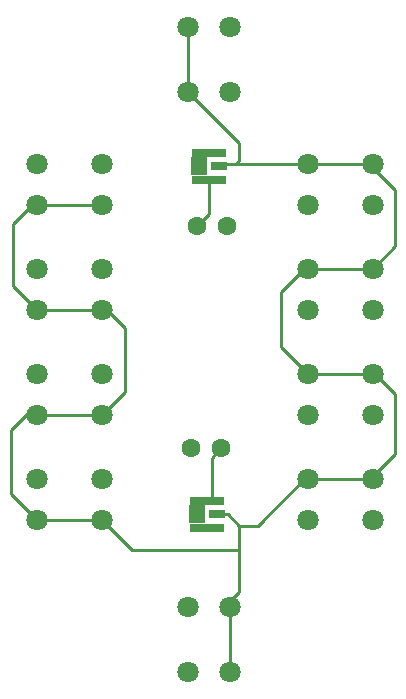
<source format=gbr>
G04 #@! TF.GenerationSoftware,KiCad,Pcbnew,(5.1.2-1)-1*
G04 #@! TF.CreationDate,2019-10-04T07:05:19-04:00*
G04 #@! TF.ProjectId,CANtina,43414e74-696e-4612-9e6b-696361645f70,rev?*
G04 #@! TF.SameCoordinates,Original*
G04 #@! TF.FileFunction,Copper,L2,Bot*
G04 #@! TF.FilePolarity,Positive*
%FSLAX46Y46*%
G04 Gerber Fmt 4.6, Leading zero omitted, Abs format (unit mm)*
G04 Created by KiCad (PCBNEW (5.1.2-1)-1) date 2019-10-04 07:05:19*
%MOMM*%
%LPD*%
G04 APERTURE LIST*
%ADD10C,1.600000*%
%ADD11R,3.000000X0.750000*%
%ADD12R,1.350000X1.500000*%
%ADD13R,1.350000X0.800000*%
%ADD14C,1.800000*%
%ADD15C,0.250000*%
G04 APERTURE END LIST*
D10*
X149352000Y-111252000D03*
X151892000Y-111252000D03*
X152400000Y-92456000D03*
X149860000Y-92456000D03*
D11*
X150685000Y-115715000D03*
X150685000Y-117965000D03*
D12*
X149860000Y-116840000D03*
D13*
X151510000Y-116840000D03*
D11*
X150876000Y-86251000D03*
X150876000Y-88501000D03*
D12*
X150051000Y-87376000D03*
D13*
X151701000Y-87376000D03*
D14*
X141780000Y-96040000D03*
X136280000Y-96040000D03*
X141780000Y-99540000D03*
X136280000Y-99540000D03*
X141780000Y-104930000D03*
X136280000Y-104930000D03*
X141780000Y-108430000D03*
X136280000Y-108430000D03*
X141780000Y-87150000D03*
X136280000Y-87150000D03*
X141780000Y-90650000D03*
X136280000Y-90650000D03*
X159210000Y-117320000D03*
X164710000Y-117320000D03*
X159210000Y-113820000D03*
X164710000Y-113820000D03*
X141780000Y-113820000D03*
X136280000Y-113820000D03*
X141780000Y-117320000D03*
X136280000Y-117320000D03*
X159210000Y-99540000D03*
X164710000Y-99540000D03*
X159210000Y-96040000D03*
X164710000Y-96040000D03*
X159210000Y-108430000D03*
X164710000Y-108430000D03*
X159210000Y-104930000D03*
X164710000Y-104930000D03*
X159210000Y-90650000D03*
X164710000Y-90650000D03*
X159210000Y-87150000D03*
X164710000Y-87150000D03*
X149126000Y-124666000D03*
X149126000Y-130166000D03*
X152626000Y-124666000D03*
X152626000Y-130166000D03*
X152626000Y-81074000D03*
X152626000Y-75574000D03*
X149126000Y-81074000D03*
X149126000Y-75574000D03*
D15*
X164710000Y-87150000D02*
X159230000Y-87150000D01*
X159230000Y-87150000D02*
X159004000Y-87376000D01*
X152118000Y-87150000D02*
X151892000Y-87376000D01*
X164710000Y-96040000D02*
X159032000Y-96040000D01*
X159032000Y-96040000D02*
X159004000Y-96012000D01*
X164710000Y-104930000D02*
X159286000Y-104930000D01*
X159286000Y-104930000D02*
X159004000Y-104648000D01*
X164710000Y-113820000D02*
X159032000Y-113820000D01*
X159032000Y-113820000D02*
X159004000Y-113792000D01*
X152626000Y-130166000D02*
X152626000Y-124686000D01*
X152626000Y-124686000D02*
X152400000Y-124460000D01*
X152435000Y-116840000D02*
X153416000Y-117821000D01*
X151510000Y-116840000D02*
X152435000Y-116840000D01*
X153416000Y-117821000D02*
X153416000Y-123444000D01*
X153416000Y-123444000D02*
X152400000Y-124460000D01*
X136280000Y-117320000D02*
X141704000Y-117320000D01*
X141704000Y-117320000D02*
X141732000Y-117348000D01*
X141780000Y-117320000D02*
X144348000Y-119888000D01*
X144348000Y-119888000D02*
X151222002Y-119888000D01*
X151222002Y-119888000D02*
X153416000Y-119888000D01*
X153416000Y-117821000D02*
X154975000Y-117821000D01*
X154975000Y-117821000D02*
X159004000Y-113792000D01*
X136280000Y-117320000D02*
X134112000Y-115152000D01*
X134112000Y-115152000D02*
X134112000Y-109728000D01*
X134112000Y-109728000D02*
X135636000Y-108204000D01*
X135636000Y-108204000D02*
X136144000Y-108204000D01*
X141780000Y-108430000D02*
X136370000Y-108430000D01*
X136370000Y-108430000D02*
X136144000Y-108204000D01*
X141780000Y-108430000D02*
X143764000Y-106446000D01*
X143764000Y-106446000D02*
X143764000Y-101092000D01*
X143764000Y-101092000D02*
X142240000Y-99568000D01*
X141780000Y-99540000D02*
X136680000Y-99540000D01*
X136680000Y-99540000D02*
X136652000Y-99568000D01*
X136652000Y-99568000D02*
X136144000Y-99568000D01*
X136280000Y-99540000D02*
X134276000Y-97536000D01*
X134276000Y-97536000D02*
X134276000Y-92292000D01*
X134276000Y-92292000D02*
X136144000Y-90424000D01*
X141780000Y-90650000D02*
X136370000Y-90650000D01*
X136370000Y-90650000D02*
X136144000Y-90424000D01*
X149126000Y-81074000D02*
X153416000Y-85364000D01*
X153190000Y-87150000D02*
X152118000Y-87150000D01*
X159210000Y-87150000D02*
X153190000Y-87150000D01*
X153416000Y-86924000D02*
X153190000Y-87150000D01*
X153416000Y-85364000D02*
X153416000Y-86924000D01*
X149126000Y-75574000D02*
X149126000Y-80998000D01*
X149126000Y-80998000D02*
X148844000Y-81280000D01*
X165609999Y-112774001D02*
X166624000Y-111760000D01*
X166624000Y-111760000D02*
X166624000Y-106680000D01*
X166624000Y-106680000D02*
X164592000Y-104648000D01*
X165609999Y-112774001D02*
X164592000Y-113792000D01*
X159210000Y-104930000D02*
X156972000Y-102692000D01*
X156972000Y-102692000D02*
X156972000Y-98552000D01*
X156972000Y-98552000D02*
X156972000Y-98044000D01*
X156972000Y-98044000D02*
X159004000Y-96012000D01*
X164710000Y-96040000D02*
X166624000Y-94126000D01*
X166624000Y-94126000D02*
X166624000Y-89408000D01*
X166624000Y-89408000D02*
X164592000Y-87376000D01*
X150876000Y-88501000D02*
X150876000Y-91440000D01*
X150876000Y-91440000D02*
X149860000Y-92456000D01*
X151092001Y-112051999D02*
X151092001Y-115099999D01*
X151892000Y-111252000D02*
X151092001Y-112051999D01*
X151092001Y-115099999D02*
X151092001Y-115532001D01*
X151092001Y-115532001D02*
X151384000Y-115824000D01*
M02*

</source>
